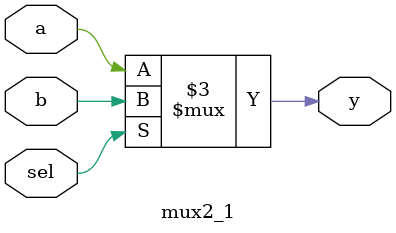
<source format=sv>
module mux2_1 (
    input logic sel,  // 1-bit selection input
    input logic a,    // Input a
    input logic b,    // Input b
    output logic y     // Output
);

    always @(*) begin
        if (sel)      // If sel is 1, select b
            y = b;
        else           // If sel is 0, select a
            y = a;
    end

endmodule

</source>
